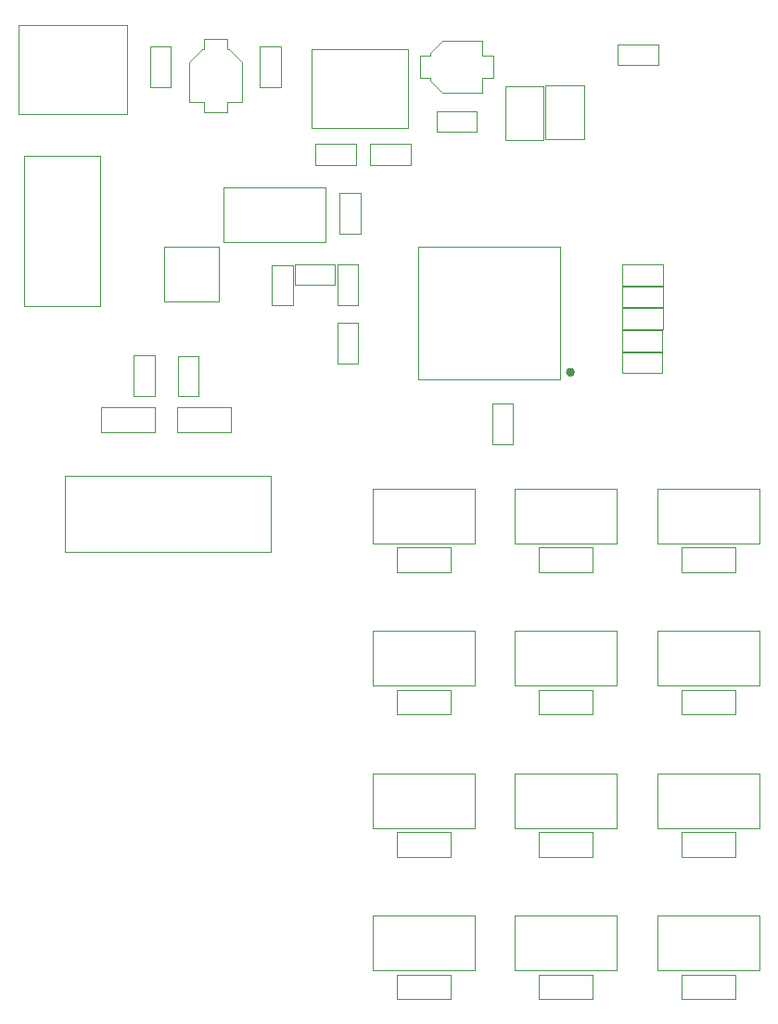
<source format=gbr>
G04 #@! TF.GenerationSoftware,KiCad,Pcbnew,(5.0.2)-1*
G04 #@! TF.CreationDate,2020-02-13T19:07:29+01:00*
G04 #@! TF.ProjectId,Project-ESD,50726f6a-6563-4742-9d45-53442e6b6963,rev?*
G04 #@! TF.SameCoordinates,Original*
G04 #@! TF.FileFunction,Other,User*
%FSLAX46Y46*%
G04 Gerber Fmt 4.6, Leading zero omitted, Abs format (unit mm)*
G04 Created by KiCad (PCBNEW (5.0.2)-1) date 2020-02-13 19:07:29*
%MOMM*%
%LPD*%
G01*
G04 APERTURE LIST*
%ADD10C,0.400000*%
%ADD11C,0.050000*%
G04 APERTURE END LIST*
D10*
G04 #@! TO.C,U2*
X161810000Y-78580000D02*
G75*
G03X161810000Y-78580000I-200000J0D01*
G01*
D11*
X147700000Y-79250000D02*
X147700000Y-67150000D01*
X160700000Y-79250000D02*
X147700000Y-79250000D01*
X160700000Y-67150000D02*
X160700000Y-79250000D01*
X160700000Y-67150000D02*
X147700000Y-67150000D01*
G04 #@! TO.C,C1*
X123250000Y-48850000D02*
X125150000Y-48850000D01*
X125150000Y-48850000D02*
X125150000Y-52550000D01*
X125150000Y-52550000D02*
X123250000Y-52550000D01*
X123250000Y-52550000D02*
X123250000Y-48850000D01*
G04 #@! TO.C,C2*
X131600000Y-53900000D02*
X130250000Y-53900000D01*
X130250000Y-53900000D02*
X130250000Y-54850000D01*
X130250000Y-54850000D02*
X128150000Y-54850000D01*
X128150000Y-54850000D02*
X128150000Y-53900000D01*
X128150000Y-53900000D02*
X126800000Y-53900000D01*
X126800000Y-50250000D02*
X126800000Y-53900000D01*
X131600000Y-50250000D02*
X131600000Y-53900000D01*
X127950000Y-49100000D02*
X126800000Y-50250000D01*
X130450000Y-49100000D02*
X131600000Y-50250000D01*
X130450000Y-49100000D02*
X130250000Y-49100000D01*
X128150000Y-49100000D02*
X127950000Y-49100000D01*
X130250000Y-49100000D02*
X130250000Y-48150000D01*
X130250000Y-48150000D02*
X128150000Y-48150000D01*
X128150000Y-48150000D02*
X128150000Y-49100000D01*
G04 #@! TO.C,C3*
X133250000Y-48850000D02*
X135150000Y-48850000D01*
X135150000Y-48850000D02*
X135150000Y-52550000D01*
X135150000Y-52550000D02*
X133250000Y-52550000D01*
X133250000Y-52550000D02*
X133250000Y-48850000D01*
G04 #@! TO.C,C4*
X153075000Y-56650000D02*
X149375000Y-56650000D01*
X153075000Y-54750000D02*
X153075000Y-56650000D01*
X149375000Y-54750000D02*
X153075000Y-54750000D01*
X149375000Y-56650000D02*
X149375000Y-54750000D01*
G04 #@! TO.C,C5*
X147850000Y-51750000D02*
X148800000Y-51750000D01*
X147850000Y-49650000D02*
X147850000Y-51750000D01*
X148800000Y-49650000D02*
X147850000Y-49650000D01*
X148800000Y-51750000D02*
X148800000Y-51950000D01*
X148800000Y-49450000D02*
X148800000Y-49650000D01*
X148800000Y-49450000D02*
X149950000Y-48300000D01*
X148800000Y-51950000D02*
X149950000Y-53100000D01*
X149950000Y-48300000D02*
X153600000Y-48300000D01*
X149950000Y-53100000D02*
X153600000Y-53100000D01*
X153600000Y-51750000D02*
X153600000Y-53100000D01*
X154550000Y-51750000D02*
X153600000Y-51750000D01*
X154550000Y-49650000D02*
X154550000Y-51750000D01*
X153600000Y-49650000D02*
X154550000Y-49650000D01*
X153600000Y-48300000D02*
X153600000Y-49650000D01*
G04 #@! TO.C,C6*
X166375000Y-70650000D02*
X166375000Y-68750000D01*
X166375000Y-68750000D02*
X170075000Y-68750000D01*
X170075000Y-68750000D02*
X170075000Y-70650000D01*
X170075000Y-70650000D02*
X166375000Y-70650000D01*
G04 #@! TO.C,C7*
X140550000Y-62250000D02*
X142450000Y-62250000D01*
X142450000Y-62250000D02*
X142450000Y-65950000D01*
X142450000Y-65950000D02*
X140550000Y-65950000D01*
X140550000Y-65950000D02*
X140550000Y-62250000D01*
G04 #@! TO.C,C8*
X140347803Y-68769008D02*
X142247803Y-68769008D01*
X142247803Y-68769008D02*
X142247803Y-72469008D01*
X142247803Y-72469008D02*
X140347803Y-72469008D01*
X140347803Y-72469008D02*
X140347803Y-68769008D01*
G04 #@! TO.C,C9*
X170050000Y-72650000D02*
X166350000Y-72650000D01*
X170050000Y-70750000D02*
X170050000Y-72650000D01*
X166350000Y-70750000D02*
X170050000Y-70750000D01*
X166350000Y-72650000D02*
X166350000Y-70750000D01*
G04 #@! TO.C,C10*
X170025000Y-78650000D02*
X166325000Y-78650000D01*
X170025000Y-76750000D02*
X170025000Y-78650000D01*
X166325000Y-76750000D02*
X170025000Y-76750000D01*
X166325000Y-78650000D02*
X166325000Y-76750000D01*
G04 #@! TO.C,C11*
X170025000Y-76650000D02*
X166325000Y-76650000D01*
X170025000Y-74750000D02*
X170025000Y-76650000D01*
X166325000Y-74750000D02*
X170025000Y-74750000D01*
X166325000Y-76650000D02*
X166325000Y-74750000D01*
G04 #@! TO.C,C12*
X166375000Y-74650000D02*
X166375000Y-72750000D01*
X166375000Y-72750000D02*
X170075000Y-72750000D01*
X170075000Y-72750000D02*
X170075000Y-74650000D01*
X170075000Y-74650000D02*
X166375000Y-74650000D01*
G04 #@! TO.C,C13*
X140350000Y-77775000D02*
X140350000Y-74075000D01*
X142250000Y-77775000D02*
X140350000Y-77775000D01*
X142250000Y-74075000D02*
X142250000Y-77775000D01*
X140350000Y-74075000D02*
X142250000Y-74075000D01*
G04 #@! TO.C,C14*
X136422803Y-70594008D02*
X136422803Y-68694008D01*
X136422803Y-68694008D02*
X140122803Y-68694008D01*
X140122803Y-68694008D02*
X140122803Y-70594008D01*
X140122803Y-70594008D02*
X136422803Y-70594008D01*
G04 #@! TO.C,C15*
X134347803Y-72494008D02*
X134347803Y-68794008D01*
X136247803Y-72494008D02*
X134347803Y-72494008D01*
X136247803Y-68794008D02*
X136247803Y-72494008D01*
X134347803Y-68794008D02*
X136247803Y-68794008D01*
G04 #@! TO.C,D1*
X130637500Y-81780000D02*
X130637500Y-84020000D01*
X130637500Y-84020000D02*
X125737500Y-84020000D01*
X125737500Y-84020000D02*
X125737500Y-81780000D01*
X125737500Y-81780000D02*
X130637500Y-81780000D01*
G04 #@! TO.C,D2*
X123662500Y-84020000D02*
X118762500Y-84020000D01*
X123662500Y-81780000D02*
X123662500Y-84020000D01*
X118762500Y-81780000D02*
X123662500Y-81780000D01*
X118762500Y-84020000D02*
X118762500Y-81780000D01*
G04 #@! TO.C,D3*
X145750000Y-94580000D02*
X150650000Y-94580000D01*
X145750000Y-96820000D02*
X145750000Y-94580000D01*
X150650000Y-96820000D02*
X145750000Y-96820000D01*
X150650000Y-94580000D02*
X150650000Y-96820000D01*
G04 #@! TO.C,D4*
X150650000Y-107580000D02*
X150650000Y-109820000D01*
X150650000Y-109820000D02*
X145750000Y-109820000D01*
X145750000Y-109820000D02*
X145750000Y-107580000D01*
X145750000Y-107580000D02*
X150650000Y-107580000D01*
G04 #@! TO.C,D5*
X150650000Y-120580000D02*
X150650000Y-122820000D01*
X150650000Y-122820000D02*
X145750000Y-122820000D01*
X145750000Y-122820000D02*
X145750000Y-120580000D01*
X145750000Y-120580000D02*
X150650000Y-120580000D01*
G04 #@! TO.C,D6*
X150650000Y-133580000D02*
X150650000Y-135820000D01*
X150650000Y-135820000D02*
X145750000Y-135820000D01*
X145750000Y-135820000D02*
X145750000Y-133580000D01*
X145750000Y-133580000D02*
X150650000Y-133580000D01*
G04 #@! TO.C,D7*
X163650000Y-94580000D02*
X163650000Y-96820000D01*
X163650000Y-96820000D02*
X158750000Y-96820000D01*
X158750000Y-96820000D02*
X158750000Y-94580000D01*
X158750000Y-94580000D02*
X163650000Y-94580000D01*
G04 #@! TO.C,D8*
X163650000Y-107580000D02*
X163650000Y-109820000D01*
X163650000Y-109820000D02*
X158750000Y-109820000D01*
X158750000Y-109820000D02*
X158750000Y-107580000D01*
X158750000Y-107580000D02*
X163650000Y-107580000D01*
G04 #@! TO.C,D9*
X163650000Y-120580000D02*
X163650000Y-122820000D01*
X163650000Y-122820000D02*
X158750000Y-122820000D01*
X158750000Y-122820000D02*
X158750000Y-120580000D01*
X158750000Y-120580000D02*
X163650000Y-120580000D01*
G04 #@! TO.C,D10*
X158750000Y-133580000D02*
X163650000Y-133580000D01*
X158750000Y-135820000D02*
X158750000Y-133580000D01*
X163650000Y-135820000D02*
X158750000Y-135820000D01*
X163650000Y-133580000D02*
X163650000Y-135820000D01*
G04 #@! TO.C,D11*
X171750000Y-94580000D02*
X176650000Y-94580000D01*
X171750000Y-96820000D02*
X171750000Y-94580000D01*
X176650000Y-96820000D02*
X171750000Y-96820000D01*
X176650000Y-94580000D02*
X176650000Y-96820000D01*
G04 #@! TO.C,D12*
X171750000Y-107580000D02*
X176650000Y-107580000D01*
X171750000Y-109820000D02*
X171750000Y-107580000D01*
X176650000Y-109820000D02*
X171750000Y-109820000D01*
X176650000Y-107580000D02*
X176650000Y-109820000D01*
G04 #@! TO.C,D13*
X171750000Y-120580000D02*
X176650000Y-120580000D01*
X171750000Y-122820000D02*
X171750000Y-120580000D01*
X176650000Y-122820000D02*
X171750000Y-122820000D01*
X176650000Y-120580000D02*
X176650000Y-122820000D01*
G04 #@! TO.C,D14*
X171750000Y-133580000D02*
X176650000Y-133580000D01*
X171750000Y-135820000D02*
X171750000Y-133580000D01*
X176650000Y-135820000D02*
X171750000Y-135820000D01*
X176650000Y-133580000D02*
X176650000Y-135820000D01*
G04 #@! TO.C,J1*
X121140000Y-55040000D02*
X121140000Y-46850000D01*
X121140000Y-46850000D02*
X111250000Y-46850000D01*
X111250000Y-46850000D02*
X111250000Y-55040000D01*
X111250000Y-55040000D02*
X121140000Y-55040000D01*
G04 #@! TO.C,J2*
X111750000Y-58850000D02*
X111750000Y-72550000D01*
X111750000Y-72550000D02*
X118650000Y-72550000D01*
X118650000Y-72550000D02*
X118650000Y-58850000D01*
X118650000Y-58850000D02*
X111750000Y-58850000D01*
G04 #@! TO.C,J4*
X124510992Y-72119008D02*
X129510992Y-72119008D01*
X129510992Y-72119008D02*
X129510992Y-67119008D01*
X129510992Y-67119008D02*
X124510992Y-67119008D01*
X124510992Y-67119008D02*
X124510992Y-72119008D01*
G04 #@! TO.C,J5*
X115450000Y-94965000D02*
X134250000Y-94965000D01*
X134250000Y-94965000D02*
X134250000Y-88065000D01*
X134250000Y-88065000D02*
X115450000Y-88065000D01*
X115450000Y-88065000D02*
X115450000Y-94965000D01*
G04 #@! TO.C,R1*
X142025000Y-59650000D02*
X138325000Y-59650000D01*
X142025000Y-57750000D02*
X142025000Y-59650000D01*
X138325000Y-57750000D02*
X142025000Y-57750000D01*
X138325000Y-59650000D02*
X138325000Y-57750000D01*
G04 #@! TO.C,R2*
X143325000Y-59650000D02*
X143325000Y-57750000D01*
X143325000Y-57750000D02*
X147025000Y-57750000D01*
X147025000Y-57750000D02*
X147025000Y-59650000D01*
X147025000Y-59650000D02*
X143325000Y-59650000D01*
G04 #@! TO.C,R3*
X154450000Y-85150000D02*
X154450000Y-81450000D01*
X156350000Y-85150000D02*
X154450000Y-85150000D01*
X156350000Y-81450000D02*
X156350000Y-85150000D01*
X154450000Y-81450000D02*
X156350000Y-81450000D01*
G04 #@! TO.C,R4*
X165925000Y-48650000D02*
X169625000Y-48650000D01*
X165925000Y-50550000D02*
X165925000Y-48650000D01*
X169625000Y-50550000D02*
X165925000Y-50550000D01*
X169625000Y-48650000D02*
X169625000Y-50550000D01*
G04 #@! TO.C,R5*
X127650000Y-80775000D02*
X125750000Y-80775000D01*
X125750000Y-80775000D02*
X125750000Y-77075000D01*
X125750000Y-77075000D02*
X127650000Y-77075000D01*
X127650000Y-77075000D02*
X127650000Y-80775000D01*
G04 #@! TO.C,R6*
X123650000Y-77025000D02*
X123650000Y-80725000D01*
X121750000Y-77025000D02*
X123650000Y-77025000D01*
X121750000Y-80725000D02*
X121750000Y-77025000D01*
X123650000Y-80725000D02*
X121750000Y-80725000D01*
G04 #@! TO.C,SW1*
X129950000Y-61700000D02*
X139250000Y-61700000D01*
X129950000Y-66700000D02*
X129950000Y-61700000D01*
X139250000Y-66700000D02*
X129950000Y-66700000D01*
X139250000Y-61700000D02*
X139250000Y-66700000D01*
G04 #@! TO.C,SW2*
X152850000Y-89200000D02*
X152850000Y-94200000D01*
X152850000Y-94200000D02*
X143550000Y-94200000D01*
X143550000Y-94200000D02*
X143550000Y-89200000D01*
X143550000Y-89200000D02*
X152850000Y-89200000D01*
G04 #@! TO.C,SW3*
X143550000Y-102200000D02*
X152850000Y-102200000D01*
X143550000Y-107200000D02*
X143550000Y-102200000D01*
X152850000Y-107200000D02*
X143550000Y-107200000D01*
X152850000Y-102200000D02*
X152850000Y-107200000D01*
G04 #@! TO.C,SW4*
X143550000Y-115200000D02*
X152850000Y-115200000D01*
X143550000Y-120200000D02*
X143550000Y-115200000D01*
X152850000Y-120200000D02*
X143550000Y-120200000D01*
X152850000Y-115200000D02*
X152850000Y-120200000D01*
G04 #@! TO.C,SW5*
X152850000Y-128200000D02*
X152850000Y-133200000D01*
X152850000Y-133200000D02*
X143550000Y-133200000D01*
X143550000Y-133200000D02*
X143550000Y-128200000D01*
X143550000Y-128200000D02*
X152850000Y-128200000D01*
G04 #@! TO.C,SW6*
X156550000Y-89200000D02*
X165850000Y-89200000D01*
X156550000Y-94200000D02*
X156550000Y-89200000D01*
X165850000Y-94200000D02*
X156550000Y-94200000D01*
X165850000Y-89200000D02*
X165850000Y-94200000D01*
G04 #@! TO.C,SW7*
X165850000Y-102200000D02*
X165850000Y-107200000D01*
X165850000Y-107200000D02*
X156550000Y-107200000D01*
X156550000Y-107200000D02*
X156550000Y-102200000D01*
X156550000Y-102200000D02*
X165850000Y-102200000D01*
G04 #@! TO.C,SW8*
X156550000Y-115200000D02*
X165850000Y-115200000D01*
X156550000Y-120200000D02*
X156550000Y-115200000D01*
X165850000Y-120200000D02*
X156550000Y-120200000D01*
X165850000Y-115200000D02*
X165850000Y-120200000D01*
G04 #@! TO.C,SW9*
X156550000Y-128200000D02*
X165850000Y-128200000D01*
X156550000Y-133200000D02*
X156550000Y-128200000D01*
X165850000Y-133200000D02*
X156550000Y-133200000D01*
X165850000Y-128200000D02*
X165850000Y-133200000D01*
G04 #@! TO.C,SW10*
X178850000Y-89200000D02*
X178850000Y-94200000D01*
X178850000Y-94200000D02*
X169550000Y-94200000D01*
X169550000Y-94200000D02*
X169550000Y-89200000D01*
X169550000Y-89200000D02*
X178850000Y-89200000D01*
G04 #@! TO.C,SW11*
X178850000Y-102200000D02*
X178850000Y-107200000D01*
X178850000Y-107200000D02*
X169550000Y-107200000D01*
X169550000Y-107200000D02*
X169550000Y-102200000D01*
X169550000Y-102200000D02*
X178850000Y-102200000D01*
G04 #@! TO.C,SW12*
X178850000Y-115200000D02*
X178850000Y-120200000D01*
X178850000Y-120200000D02*
X169550000Y-120200000D01*
X169550000Y-120200000D02*
X169550000Y-115200000D01*
X169550000Y-115200000D02*
X178850000Y-115200000D01*
G04 #@! TO.C,SW13*
X178850000Y-128200000D02*
X178850000Y-133200000D01*
X178850000Y-133200000D02*
X169550000Y-133200000D01*
X169550000Y-133200000D02*
X169550000Y-128200000D01*
X169550000Y-128200000D02*
X178850000Y-128200000D01*
G04 #@! TO.C,U1*
X137950000Y-56300000D02*
X146750000Y-56300000D01*
X137950000Y-49100000D02*
X137950000Y-56300000D01*
X146750000Y-49100000D02*
X137950000Y-49100000D01*
X146750000Y-56300000D02*
X146750000Y-49100000D01*
G04 #@! TO.C,J3*
X155650000Y-52450000D02*
X159150000Y-52450000D01*
X155650000Y-57350000D02*
X155650000Y-52450000D01*
X159150000Y-57350000D02*
X155650000Y-57350000D01*
X159150000Y-52450000D02*
X159150000Y-57350000D01*
G04 #@! TO.C,J6*
X162850000Y-52425000D02*
X162850000Y-57325000D01*
X162850000Y-57325000D02*
X159350000Y-57325000D01*
X159350000Y-57325000D02*
X159350000Y-52425000D01*
X159350000Y-52425000D02*
X162850000Y-52425000D01*
G04 #@! TD*
M02*

</source>
